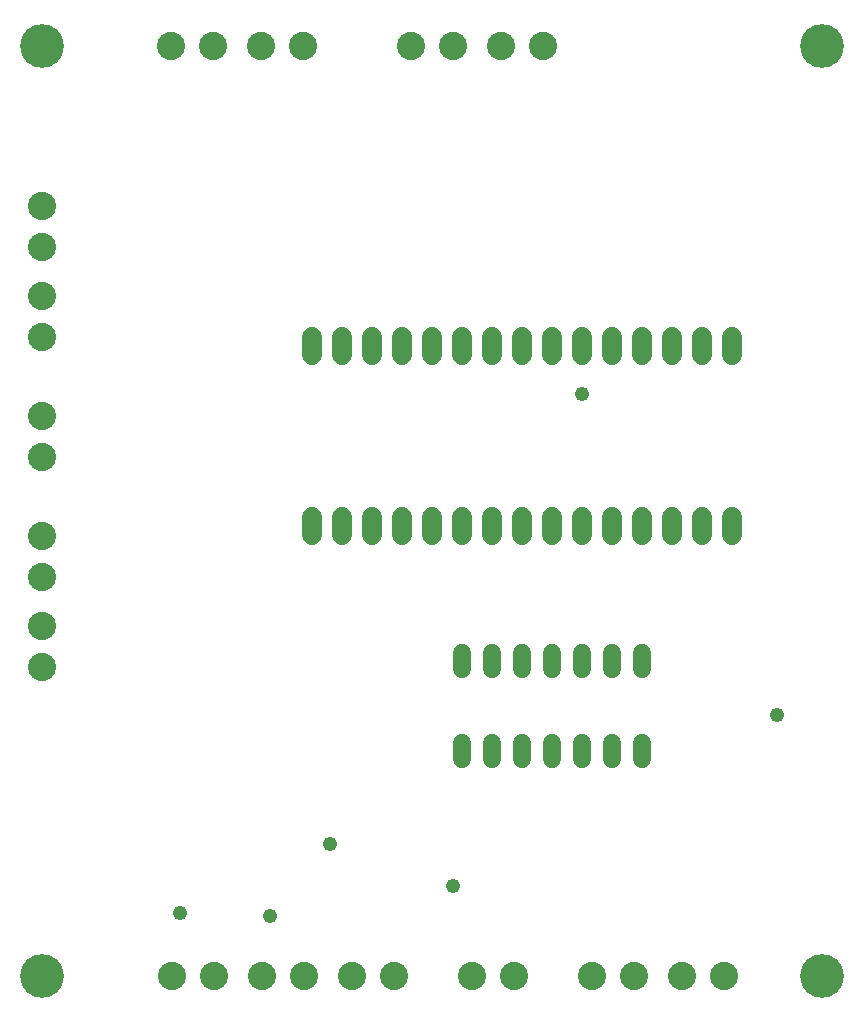
<source format=gbs>
G04 EAGLE Gerber RS-274X export*
G75*
%MOMM*%
%FSLAX34Y34*%
%LPD*%
%INBottom Soldermask*%
%IPPOS*%
%AMOC8*
5,1,8,0,0,1.08239X$1,22.5*%
G01*
%ADD10C,3.703194*%
%ADD11C,1.524000*%
%ADD12C,2.387600*%
%ADD13C,1.727200*%
%ADD14C,1.209600*%


D10*
X50800Y50800D03*
X711200Y50800D03*
X711200Y838200D03*
X50800Y838200D03*
D11*
X406400Y247904D02*
X406400Y234696D01*
X431800Y234696D02*
X431800Y247904D01*
X558800Y247904D02*
X558800Y234696D01*
X558800Y310896D02*
X558800Y324104D01*
X457200Y247904D02*
X457200Y234696D01*
X482600Y234696D02*
X482600Y247904D01*
X533400Y247904D02*
X533400Y234696D01*
X508000Y234696D02*
X508000Y247904D01*
X533400Y310896D02*
X533400Y324104D01*
X508000Y324104D02*
X508000Y310896D01*
X482600Y310896D02*
X482600Y324104D01*
X457200Y324104D02*
X457200Y310896D01*
X431800Y310896D02*
X431800Y324104D01*
X406400Y324104D02*
X406400Y310896D01*
D12*
X50800Y490000D03*
X50800Y525000D03*
X195800Y50800D03*
X160800Y50800D03*
X272000Y50800D03*
X237000Y50800D03*
X348200Y50800D03*
X313200Y50800D03*
X159800Y838200D03*
X194800Y838200D03*
X236000Y838200D03*
X271000Y838200D03*
X50800Y388400D03*
X50800Y423400D03*
X50800Y312200D03*
X50800Y347200D03*
D13*
X279400Y424180D02*
X279400Y439420D01*
X304800Y439420D02*
X304800Y424180D01*
X330200Y424180D02*
X330200Y439420D01*
X355600Y439420D02*
X355600Y424180D01*
X381000Y424180D02*
X381000Y439420D01*
X406400Y439420D02*
X406400Y424180D01*
X431800Y424180D02*
X431800Y439420D01*
X457200Y439420D02*
X457200Y424180D01*
X482600Y424180D02*
X482600Y439420D01*
X508000Y439420D02*
X508000Y424180D01*
X533400Y424180D02*
X533400Y439420D01*
X558800Y439420D02*
X558800Y424180D01*
X584200Y424180D02*
X584200Y439420D01*
X609600Y439420D02*
X609600Y424180D01*
X635000Y424180D02*
X635000Y439420D01*
X279400Y576580D02*
X279400Y591820D01*
X304800Y591820D02*
X304800Y576580D01*
X330200Y576580D02*
X330200Y591820D01*
X355600Y591820D02*
X355600Y576580D01*
X381000Y576580D02*
X381000Y591820D01*
X406400Y591820D02*
X406400Y576580D01*
X431800Y576580D02*
X431800Y591820D01*
X457200Y591820D02*
X457200Y576580D01*
X482600Y576580D02*
X482600Y591820D01*
X508000Y591820D02*
X508000Y576580D01*
X533400Y576580D02*
X533400Y591820D01*
X558800Y591820D02*
X558800Y576580D01*
X584200Y576580D02*
X584200Y591820D01*
X609600Y591820D02*
X609600Y576580D01*
X635000Y576580D02*
X635000Y591820D01*
D12*
X551400Y50800D03*
X516400Y50800D03*
X627600Y50800D03*
X592600Y50800D03*
X449800Y50800D03*
X414800Y50800D03*
X50800Y667800D03*
X50800Y702800D03*
X50800Y591600D03*
X50800Y626600D03*
X439200Y838200D03*
X474200Y838200D03*
X363000Y838200D03*
X398000Y838200D03*
D14*
X167640Y104140D03*
X243840Y101600D03*
X294640Y162560D03*
X398780Y127000D03*
X508000Y543560D03*
X673100Y271780D03*
M02*

</source>
